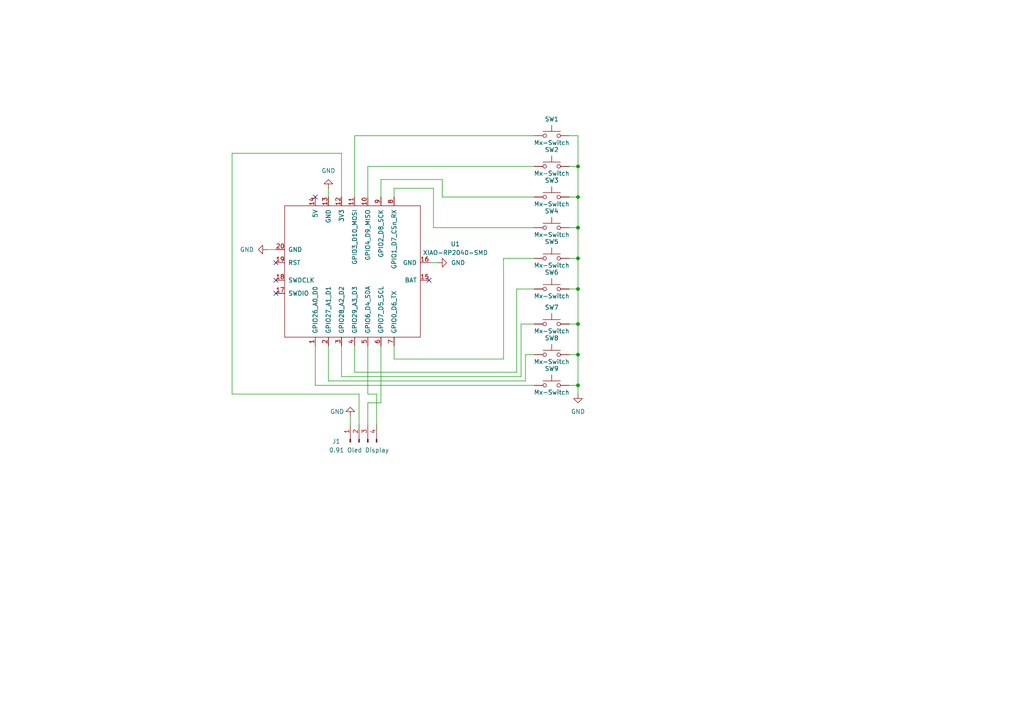
<source format=kicad_sch>
(kicad_sch (version 20250114) (generator "eeschema") (generator_version "9.0")
  (paper "A4")
  (lib_symbols
    (symbol "Connector:Conn_01x04_Pin" (pin_names (offset 1.016) (hide yes))
      (property "Reference" "J" (at 0 5.08 0))
      (property "Value" "Conn_01x04_Pin" (at 0 -7.62 0))
      (symbol "Conn_01x04_Pin_1_1"
        (rectangle (start 0.8636 2.667) (end 0 2.413) (stroke (width 0.1524)) (fill (type outline)))
        (rectangle (start 0.8636 0.127) (end 0 -0.127) (stroke (width 0.1524)) (fill (type outline)))
        (rectangle (start 0.8636 -2.413) (end 0 -2.667) (stroke (width 0.1524)) (fill (type outline)))
        (rectangle (start 0.8636 -4.953) (end 0 -5.207) (stroke (width 0.1524)) (fill (type outline)))
        (polyline (pts (xy 1.27 2.54) (xy 0.8636 2.54)) (stroke (width 0.1524)))
        (polyline (pts (xy 1.27 0) (xy 0.8636 0)) (stroke (width 0.1524)))
        (polyline (pts (xy 1.27 -2.54) (xy 0.8636 -2.54)) (stroke (width 0.1524)))
        (polyline (pts (xy 1.27 -5.08) (xy 0.8636 -5.08)) (stroke (width 0.1524)))
        (pin passive line (at 5.08 2.54 180) (length 3.81) (name "Pin_1") (number "1"))
        (pin passive line (at 5.08 0 180) (length 3.81) (name "Pin_2") (number "2"))
        (pin passive line (at 5.08 -2.54 180) (length 3.81) (name "Pin_3") (number "3"))
        (pin passive line (at 5.08 -5.08 180) (length 3.81) (name "Pin_4") (number "4"))
      )
    )
    (symbol "Seeed_Studio_XIAO_Series:XIAO-RP2040-SMD" (pin_names (offset 1.016))
      (property "Reference" "U" (at -18.542 23.114 0))
      (property "Value" "XIAO-RP2040-SMD" (at -8.382 21.336 0))
      (symbol "XIAO-RP2040-SMD_0_1"
        (rectangle (start 19.05 -19.05) (end -19.05 20.32))
      )
      (symbol "XIAO-RP2040-SMD_1_1"
        (pin passive line (at -21.59 11.43 0) (length 2.54) (name "GPIO26_A0_D0") (number "1"))
        (pin passive line (at -21.59 7.62 0) (length 2.54) (name "GPIO27_A1_D1") (number "2"))
        (pin passive line (at -21.59 3.81 0) (length 2.54) (name "GPIO28_A2_D2") (number "3"))
        (pin passive line (at -21.59 0 0) (length 2.54) (name "GPIO29_A3_D3") (number "4"))
        (pin passive line (at -21.59 -3.81 0) (length 2.54) (name "GPIO6_D4_SDA") (number "5"))
        (pin passive line (at -21.59 -7.62 0) (length 2.54) (name "GPIO7_D5_SCL") (number "6"))
        (pin passive line (at -21.59 -11.43 0) (length 2.54) (name "GPIO0_D6_TX") (number "7"))
        (pin passive line (at -6.35 22.86 270) (length 2.54) (name "SWDIO") (number "17"))
        (pin passive line (at -2.54 22.86 270) (length 2.54) (name "SWDCLK") (number "18"))
        (pin passive line (at -2.54 -21.59 90) (length 2.54) (name "BAT") (number "15"))
        (pin passive line (at 2.54 22.86 270) (length 2.54) (name "RST") (number "19"))
        (pin passive line (at 2.54 -21.59 90) (length 2.54) (name "GND") (number "16"))
        (pin passive line (at 6.35 22.86 270) (length 2.54) (name "GND") (number "20"))
        (pin passive line (at 21.59 11.43 180) (length 2.54) (name "5V") (number "14"))
        (pin passive line (at 21.59 7.62 180) (length 2.54) (name "GND") (number "13"))
        (pin passive line (at 21.59 3.81 180) (length 2.54) (name "3V3") (number "12"))
        (pin passive line (at 21.59 0 180) (length 2.54) (name "GPIO3_D10_MOSI") (number "11"))
        (pin passive line (at 21.59 -3.81 180) (length 2.54) (name "GPIO4_D9_MISO") (number "10"))
        (pin passive line (at 21.59 -7.62 180) (length 2.54) (name "GPIO2_D8_SCK") (number "9"))
        (pin passive line (at 21.59 -11.43 180) (length 2.54) (name "GPIO1_D7_CSn_RX") (number "8"))
      )
    )
    (symbol "Switch:SW_Push" (pin_numbers (hide yes)) (pin_names (offset 1.016) (hide yes))
      (property "Reference" "SW" (at 1.27 2.54 0))
      (property "Value" "SW_Push" (at 0 -1.524 0))
      (symbol "SW_Push_0_1"
        (circle (center -2.032 0) (radius 0.508))
        (polyline (pts (xy 0 1.27) (xy 0 3.048)))
        (circle (center 2.032 0) (radius 0.508))
        (polyline (pts (xy 2.54 1.27) (xy -2.54 1.27)))
        (pin passive line (at -5.08 0 0) (length 2.54) (name "1") (number "1"))
        (pin passive line (at 5.08 0 180) (length 2.54) (name "2") (number "2"))
      )
    )
    (symbol "power:GND" (power) (pin_numbers (hide yes)) (pin_names (offset 0) (hide yes))
      (property "Value" "GND" (at 0 -3.81 0))
      (symbol "GND_0_1"
        (polyline (pts (xy 0 0) (xy 0 -1.27) (xy 1.27 -1.27) (xy 0 -2.54) (xy -1.27 -1.27) (xy 0 -1.27)))
      )
      (symbol "GND_1_1"
        (pin power_in line (at 0 0 270) (length 0) (name "~") (number "1"))
      )
    )
  )
  (junction (at 167.64 74.93))
  (junction (at 167.64 93.98))
  (junction (at 167.64 111.76))
  (junction (at 167.64 102.87))
  (junction (at 167.64 83.82))
  (junction (at 167.64 66.04))
  (junction (at 167.64 48.26))
  (junction (at 167.64 57.15))
  (no_connect (at 80.01 81.28))
  (no_connect (at 80.01 85.09))
  (no_connect (at 124.46 81.28))
  (no_connect (at 80.01 76.2))
  (no_connect (at 91.44 57.15))
  (wire (pts (xy 165.1 111.76) (xy 167.64 111.76)))
  (wire (pts (xy 165.1 48.26) (xy 167.64 48.26)))
  (wire (pts (xy 95.25 110.49) (xy 152.4 110.49)))
  (wire (pts (xy 167.64 111.76) (xy 167.64 114.3)))
  (wire (pts (xy 124.46 76.2) (xy 127 76.2)))
  (wire (pts (xy 167.64 48.26) (xy 167.64 57.15)))
  (wire (pts (xy 102.87 57.15) (xy 102.87 39.37)))
  (wire (pts (xy 106.68 100.33) (xy 106.68 114.3)))
  (wire (pts (xy 67.31 44.45) (xy 99.06 44.45)))
  (wire (pts (xy 114.3 104.14) (xy 146.05 104.14)))
  (wire (pts (xy 114.3 57.15) (xy 114.3 54.61)))
  (wire (pts (xy 99.06 44.45) (xy 99.06 57.15)))
  (wire (pts (xy 104.14 114.3) (xy 67.31 114.3)))
  (wire (pts (xy 106.68 114.3) (xy 109.22 114.3)))
  (wire (pts (xy 167.64 83.82) (xy 167.64 93.98)))
  (wire (pts (xy 101.6 120.65) (xy 101.6 123.19)))
  (wire (pts (xy 167.64 74.93) (xy 167.64 83.82)))
  (wire (pts (xy 146.05 74.93) (xy 154.94 74.93)))
  (wire (pts (xy 165.1 74.93) (xy 167.64 74.93)))
  (wire (pts (xy 167.64 102.87) (xy 167.64 111.76)))
  (wire (pts (xy 110.49 100.33) (xy 110.49 116.84)))
  (wire (pts (xy 165.1 83.82) (xy 167.64 83.82)))
  (wire (pts (xy 99.06 100.33) (xy 99.06 109.22)))
  (wire (pts (xy 91.44 100.33) (xy 91.44 111.76)))
  (wire (pts (xy 152.4 110.49) (xy 152.4 102.87)))
  (wire (pts (xy 104.14 123.19) (xy 104.14 114.3)))
  (wire (pts (xy 99.06 109.22) (xy 151.13 109.22)))
  (wire (pts (xy 167.64 66.04) (xy 167.64 74.93)))
  (wire (pts (xy 167.64 93.98) (xy 167.64 102.87)))
  (wire (pts (xy 114.3 100.33) (xy 114.3 104.14)))
  (wire (pts (xy 149.86 83.82) (xy 154.94 83.82)))
  (wire (pts (xy 125.73 54.61) (xy 125.73 66.04)))
  (wire (pts (xy 102.87 100.33) (xy 102.87 107.95)))
  (wire (pts (xy 106.68 48.26) (xy 154.94 48.26)))
  (wire (pts (xy 149.86 107.95) (xy 149.86 83.82)))
  (wire (pts (xy 165.1 66.04) (xy 167.64 66.04)))
  (wire (pts (xy 102.87 107.95) (xy 149.86 107.95)))
  (wire (pts (xy 146.05 104.14) (xy 146.05 74.93)))
  (wire (pts (xy 125.73 66.04) (xy 154.94 66.04)))
  (wire (pts (xy 95.25 54.61) (xy 95.25 57.15)))
  (wire (pts (xy 110.49 52.07) (xy 128.27 52.07)))
  (wire (pts (xy 167.64 57.15) (xy 167.64 66.04)))
  (wire (pts (xy 102.87 39.37) (xy 154.94 39.37)))
  (wire (pts (xy 165.1 39.37) (xy 167.64 39.37)))
  (wire (pts (xy 151.13 93.98) (xy 154.94 93.98)))
  (wire (pts (xy 151.13 109.22) (xy 151.13 93.98)))
  (wire (pts (xy 109.22 114.3) (xy 109.22 123.19)))
  (wire (pts (xy 110.49 57.15) (xy 110.49 52.07)))
  (wire (pts (xy 167.64 39.37) (xy 167.64 48.26)))
  (wire (pts (xy 91.44 111.76) (xy 154.94 111.76)))
  (wire (pts (xy 128.27 52.07) (xy 128.27 57.15)))
  (wire (pts (xy 128.27 57.15) (xy 154.94 57.15)))
  (wire (pts (xy 67.31 114.3) (xy 67.31 44.45)))
  (wire (pts (xy 106.68 57.15) (xy 106.68 48.26)))
  (wire (pts (xy 165.1 93.98) (xy 167.64 93.98)))
  (wire (pts (xy 152.4 102.87) (xy 154.94 102.87)))
  (wire (pts (xy 165.1 57.15) (xy 167.64 57.15)))
  (wire (pts (xy 95.25 100.33) (xy 95.25 110.49)))
  (wire (pts (xy 165.1 102.87) (xy 167.64 102.87)))
  (wire (pts (xy 110.49 116.84) (xy 106.68 116.84)))
  (wire (pts (xy 106.68 116.84) (xy 106.68 123.19)))
  (wire (pts (xy 77.47 72.39) (xy 80.01 72.39)))
  (wire (pts (xy 114.3 54.61) (xy 125.73 54.61)))
  (symbol (lib_id "power:GND") (at 127 76.2 90) (unit 1)
    (property "Reference" "#PWR02" (effects (hide yes)))
    (property "Value" "GND" (at 130.81 76.1999 90) (effects (justify right)))
    (property "Description" "Power symbol creates a global label with name \"GND\" , ground" (effects (hide yes)))
  )
  (symbol (lib_id "Switch:SW_Push") (at 160.02 39.37 0) (unit 1)
    (property "Reference" "SW1" (at 160.02 34.544 0))
    (property "Value" "Mx-Switch" (at 160.02 41.402 0))
    (property "Footprint" "PCM_Switch_Keyboard_Cherry_MX:SW_Cherry_MX_PCB_1.00u" (effects (hide yes)))
    (property "Description" "Push button switch, generic, two pins" (effects (hide yes)))
  )
  (symbol (lib_id "Switch:SW_Push") (at 160.02 83.82 0) (unit 1)
    (property "Reference" "SW6" (at 160.02 78.994 0))
    (property "Value" "Mx-Switch" (at 160.02 85.852 0))
    (property "Footprint" "PCM_Switch_Keyboard_Cherry_MX:SW_Cherry_MX_PCB_1.00u" (effects (hide yes)))
    (property "Description" "Push button switch, generic, two pins" (effects (hide yes)))
  )
  (symbol (lib_id "Connector:Conn_01x04_Pin") (at 104.14 128.27 90) (unit 1)
    (property "Reference" "J1" (at 97.536 128.016 90))
    (property "Value" "0.91 Oled Display" (at 104.14 130.556 90))
    (property "Footprint" "Connector_PinSocket_2.00mm:PinSocket_1x04_P2.00mm_Vertical" (effects (hide yes)))
    (property "Description" "Generic connector, single row, 01x04, script generated" (effects (hide yes)))
  )
  (symbol (lib_id "power:GND") (at 101.6 120.65 180) (unit 1)
    (property "Reference" "#PWR05" (effects (hide yes)))
    (property "Value" "GND" (at 97.79 119.38 0))
    (property "Description" "Power symbol creates a global label with name \"GND\" , ground" (effects (hide yes)))
  )
  (symbol (lib_id "Seeed_Studio_XIAO_Series:XIAO-RP2040-SMD") (at 102.87 78.74 90) (unit 1)
    (property "Reference" "U1" (at 132.08 70.7546 90))
    (property "Value" "XIAO-RP2040-SMD" (at 132.08 73.2946 90))
    (property "Footprint" "Seeed Studio XIAO Series Library:XIAO-RP2040-SMD" (effects (hide yes)))
  )
  (symbol (lib_id "Switch:SW_Push") (at 160.02 102.87 0) (unit 1)
    (property "Reference" "SW8" (at 160.02 98.044 0))
    (property "Value" "Mx-Switch" (at 160.02 104.902 0))
    (property "Footprint" "PCM_Switch_Keyboard_Cherry_MX:SW_Cherry_MX_PCB_1.00u" (effects (hide yes)))
    (property "Description" "Push button switch, generic, two pins" (effects (hide yes)))
  )
  (symbol (lib_id "power:GND") (at 95.25 54.61 180) (unit 1)
    (property "Reference" "#PWR03" (effects (hide yes)))
    (property "Value" "GND" (at 95.25 49.53 0))
    (property "Description" "Power symbol creates a global label with name \"GND\" , ground" (effects (hide yes)))
  )
  (symbol (lib_id "Switch:SW_Push") (at 160.02 74.93 0) (unit 1)
    (property "Reference" "SW5" (at 160.02 70.104 0))
    (property "Value" "Mx-Switch" (at 160.02 76.962 0))
    (property "Footprint" "PCM_Switch_Keyboard_Cherry_MX:SW_Cherry_MX_PCB_1.00u" (effects (hide yes)))
    (property "Description" "Push button switch, generic, two pins" (effects (hide yes)))
  )
  (symbol (lib_id "Switch:SW_Push") (at 160.02 66.04 0) (unit 1)
    (property "Reference" "SW4" (at 160.02 61.214 0))
    (property "Value" "Mx-Switch" (at 160.02 68.072 0))
    (property "Footprint" "PCM_Switch_Keyboard_Cherry_MX:SW_Cherry_MX_PCB_1.00u" (effects (hide yes)))
    (property "Description" "Push button switch, generic, two pins" (effects (hide yes)))
  )
  (symbol (lib_id "power:GND") (at 77.47 72.39 270) (unit 1)
    (property "Reference" "#PWR04" (effects (hide yes)))
    (property "Value" "GND" (at 73.66 72.3899 90) (effects (justify right)))
    (property "Description" "Power symbol creates a global label with name \"GND\" , ground" (effects (hide yes)))
  )
  (symbol (lib_id "Switch:SW_Push") (at 160.02 111.76 0) (unit 1)
    (property "Reference" "SW9" (at 160.02 106.934 0))
    (property "Value" "Mx-Switch" (at 160.02 113.792 0))
    (property "Footprint" "PCM_Switch_Keyboard_Cherry_MX:SW_Cherry_MX_PCB_1.00u" (effects (hide yes)))
    (property "Description" "Push button switch, generic, two pins" (effects (hide yes)))
  )
  (symbol (lib_id "Switch:SW_Push") (at 160.02 48.26 0) (unit 1)
    (property "Reference" "SW2" (at 160.02 43.434 0))
    (property "Value" "Mx-Switch" (at 160.02 50.292 0))
    (property "Footprint" "PCM_Switch_Keyboard_Cherry_MX:SW_Cherry_MX_PCB_1.00u" (effects (hide yes)))
    (property "Description" "Push button switch, generic, two pins" (effects (hide yes)))
  )
  (symbol (lib_id "Switch:SW_Push") (at 160.02 93.98 0) (unit 1)
    (property "Reference" "SW7" (at 160.02 89.154 0))
    (property "Value" "Mx-Switch" (at 160.02 96.012 0))
    (property "Footprint" "PCM_Switch_Keyboard_Cherry_MX:SW_Cherry_MX_PCB_1.00u" (effects (hide yes)))
    (property "Description" "Push button switch, generic, two pins" (effects (hide yes)))
  )
  (symbol (lib_id "power:GND") (at 167.64 114.3 0) (unit 1)
    (property "Reference" "#PWR01" (effects (hide yes)))
    (property "Value" "GND" (at 167.64 119.38 0))
    (property "Description" "Power symbol creates a global label with name \"GND\" , ground" (effects (hide yes)))
  )
  (symbol (lib_id "Switch:SW_Push") (at 160.02 57.15 0) (unit 1)
    (property "Reference" "SW3" (at 160.02 52.324 0))
    (property "Value" "Mx-Switch" (at 160.02 59.182 0))
    (property "Footprint" "PCM_Switch_Keyboard_Cherry_MX:SW_Cherry_MX_PCB_1.00u" (effects (hide yes)))
    (property "Description" "Push button switch, generic, two pins" (effects (hide yes)))
  )
)
</source>
